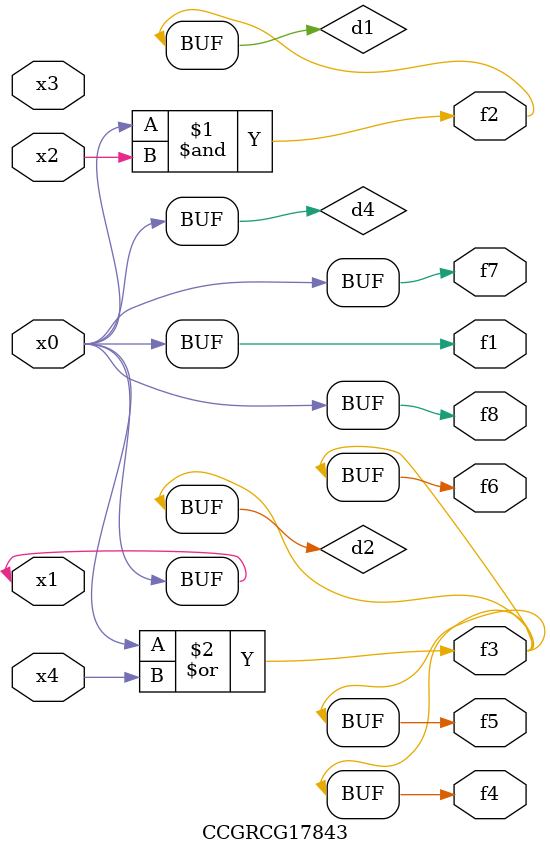
<source format=v>
module CCGRCG17843(
	input x0, x1, x2, x3, x4,
	output f1, f2, f3, f4, f5, f6, f7, f8
);

	wire d1, d2, d3, d4;

	and (d1, x0, x2);
	or (d2, x0, x4);
	nand (d3, x0, x2);
	buf (d4, x0, x1);
	assign f1 = d4;
	assign f2 = d1;
	assign f3 = d2;
	assign f4 = d2;
	assign f5 = d2;
	assign f6 = d2;
	assign f7 = d4;
	assign f8 = d4;
endmodule

</source>
